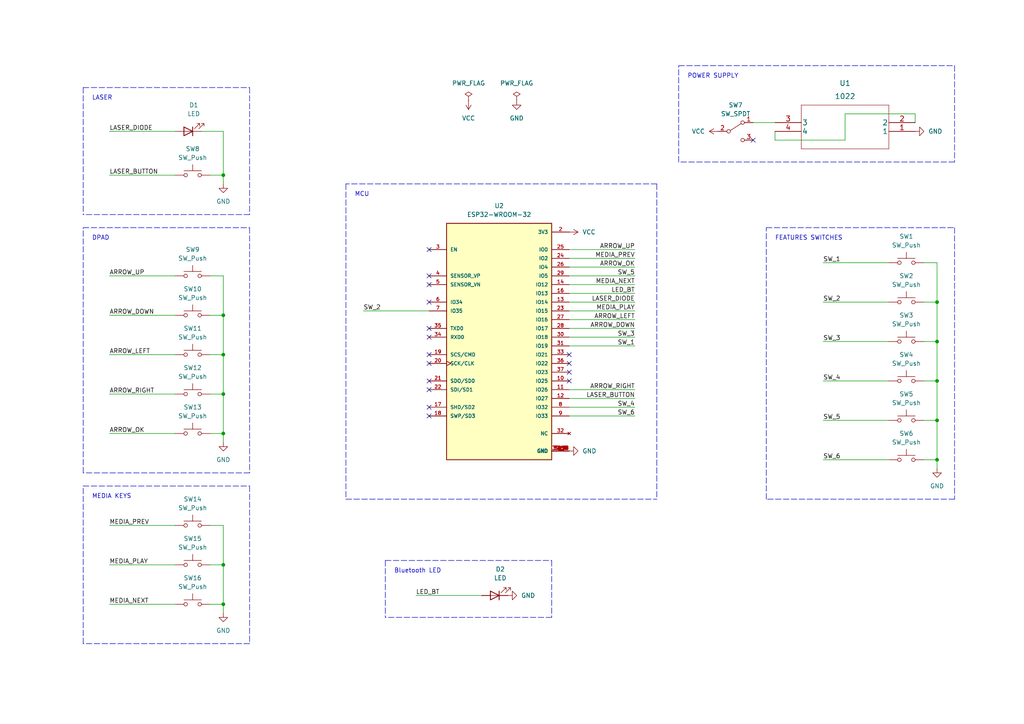
<source format=kicad_sch>
(kicad_sch (version 20211123) (generator eeschema)
  (paper "A4")
  (lib_symbols
    (symbol "Battery_Keystone_1022:1022" (pin_names (offset 0.254))
      (property "Reference" "U" (at 20.32 10.16 0))
      (property "Value" "1022" (at 20.32 7.62 0))
      (symbol "1022_1_1"
        (polyline (pts (xy 7.62 -7.62) (xy 33.02 -7.62)) (stroke (width 0.127)))
        (polyline (pts (xy 7.62 5.08) (xy 7.62 -7.62)) (stroke (width 0.127)))
        (polyline (pts (xy 33.02 -7.62) (xy 33.02 5.08)) (stroke (width 0.127)))
        (polyline (pts (xy 33.02 5.08) (xy 7.62 5.08)) (stroke (width 0.127)))
        (pin unspecified line (at 0 0 0) (length 7.62) (name "1") (number "1"))
        (pin unspecified line (at 0 -2.54 0) (length 7.62) (name "2") (number "2"))
        (pin unspecified line (at 40.64 -2.54 180) (length 7.62) (name "3") (number "3"))
        (pin unspecified line (at 40.64 0 180) (length 7.62) (name "4") (number "4"))
      )
    )
    (symbol "Device:LED" (pin_numbers hide) (pin_names (offset 1.016) hide)
      (property "Reference" "D" (at 0 2.54 0))
      (property "Value" "LED" (at 0 -2.54 0))
      (symbol "LED_0_1"
        (polyline (pts (xy -1.27 -1.27) (xy -1.27 1.27)) (stroke (width 0.254)))
        (polyline (pts (xy -1.27 0) (xy 1.27 0)))
        (polyline (pts (xy 1.27 -1.27) (xy 1.27 1.27) (xy -1.27 0) (xy 1.27 -1.27)) (stroke (width 0.254)))
        (polyline (pts (xy -3.048 -0.762) (xy -4.572 -2.286) (xy -3.81 -2.286) (xy -4.572 -2.286) (xy -4.572 -1.524)))
        (polyline (pts (xy -1.778 -0.762) (xy -3.302 -2.286) (xy -2.54 -2.286) (xy -3.302 -2.286) (xy -3.302 -1.524)))
      )
      (symbol "LED_1_1"
        (pin passive line (at -3.81 0 0) (length 2.54) (name "K") (number "1"))
        (pin passive line (at 3.81 0 180) (length 2.54) (name "A") (number "2"))
      )
    )
    (symbol "MCU_ESP32_WROOM32:ESP32-WROOM-32" (pin_names (offset 1.016))
      (property "Reference" "U" (at -15.0368 36.6776 0))
      (property "Value" "ESP32-WROOM-32" (at -15.2908 -35.6616 0))
      (symbol "ESP32-WROOM-32_0_0"
        (rectangle (start -15.24 -33.02) (end 15.24 35.56) (stroke (width 0.254)) (fill (type background)))
        (pin power_in line (at 20.32 -30.48 180) (length 5.08) (name "GND") (number "1"))
        (pin bidirectional line (at 20.32 -10.16 180) (length 5.08) (name "IO25") (number "10"))
        (pin bidirectional line (at 20.32 -12.7 180) (length 5.08) (name "IO26") (number "11"))
        (pin bidirectional line (at 20.32 -15.24 180) (length 5.08) (name "IO27") (number "12"))
        (pin bidirectional line (at 20.32 12.7 180) (length 5.08) (name "IO14") (number "13"))
        (pin bidirectional line (at 20.32 17.78 180) (length 5.08) (name "IO12") (number "14"))
        (pin power_in line (at 20.32 -30.48 180) (length 5.08) (name "GND") (number "15"))
        (pin bidirectional line (at 20.32 15.24 180) (length 5.08) (name "IO13") (number "16"))
        (pin bidirectional line (at -20.32 -17.78 0) (length 5.08) (name "SHD/SD2") (number "17"))
        (pin bidirectional line (at -20.32 -20.32 0) (length 5.08) (name "SWP/SD3") (number "18"))
        (pin bidirectional line (at -20.32 -2.54 0) (length 5.08) (name "SCS/CMD") (number "19"))
        (pin power_in line (at 20.32 33.02 180) (length 5.08) (name "3V3") (number "2"))
        (pin bidirectional clock (at -20.32 -5.08 0) (length 5.08) (name "SCK/CLK") (number "20"))
        (pin bidirectional line (at -20.32 -10.16 0) (length 5.08) (name "SDO/SD0") (number "21"))
        (pin bidirectional line (at -20.32 -12.7 0) (length 5.08) (name "SDI/SD1") (number "22"))
        (pin bidirectional line (at 20.32 10.16 180) (length 5.08) (name "IO15") (number "23"))
        (pin bidirectional line (at 20.32 25.4 180) (length 5.08) (name "IO2") (number "24"))
        (pin bidirectional line (at 20.32 27.94 180) (length 5.08) (name "IO0") (number "25"))
        (pin bidirectional line (at 20.32 22.86 180) (length 5.08) (name "IO4") (number "26"))
        (pin bidirectional line (at 20.32 7.62 180) (length 5.08) (name "IO16") (number "27"))
        (pin bidirectional line (at 20.32 5.08 180) (length 5.08) (name "IO17") (number "28"))
        (pin bidirectional line (at 20.32 20.32 180) (length 5.08) (name "IO5") (number "29"))
        (pin input line (at -20.32 27.94 0) (length 5.08) (name "EN") (number "3"))
        (pin bidirectional line (at 20.32 2.54 180) (length 5.08) (name "IO18") (number "30"))
        (pin bidirectional line (at 20.32 0 180) (length 5.08) (name "IO19") (number "31"))
        (pin no_connect line (at 20.32 -25.4 180) (length 5.08) (name "NC") (number "32"))
        (pin bidirectional line (at 20.32 -2.54 180) (length 5.08) (name "IO21") (number "33"))
        (pin bidirectional line (at -20.32 2.54 0) (length 5.08) (name "RXD0") (number "34"))
        (pin bidirectional line (at -20.32 5.08 0) (length 5.08) (name "TXD0") (number "35"))
        (pin bidirectional line (at 20.32 -5.08 180) (length 5.08) (name "IO22") (number "36"))
        (pin bidirectional line (at 20.32 -7.62 180) (length 5.08) (name "IO23") (number "37"))
        (pin power_in line (at 20.32 -30.48 180) (length 5.08) (name "GND") (number "38"))
        (pin power_in line (at 20.32 -30.48 180) (length 5.08) (name "GND") (number "39_1"))
        (pin power_in line (at 20.32 -30.48 180) (length 5.08) (name "GND") (number "39_10"))
        (pin power_in line (at 20.32 -30.48 180) (length 5.08) (name "GND") (number "39_11"))
        (pin power_in line (at 20.32 -30.48 180) (length 5.08) (name "GND") (number "39_12"))
        (pin power_in line (at 20.32 -30.48 180) (length 5.08) (name "GND") (number "39_13"))
        (pin power_in line (at 20.32 -30.48 180) (length 5.08) (name "GND") (number "39_14"))
        (pin power_in line (at 20.32 -30.48 180) (length 5.08) (name "GND") (number "39_15"))
        (pin power_in line (at 20.32 -30.48 180) (length 5.08) (name "GND") (number "39_16"))
        (pin power_in line (at 20.32 -30.48 180) (length 5.08) (name "GND") (number "39_17"))
        (pin power_in line (at 20.32 -30.48 180) (length 5.08) (name "GND") (number "39_18"))
        (pin power_in line (at 20.32 -30.48 180) (length 5.08) (name "GND") (number "39_19"))
        (pin power_in line (at 20.32 -30.48 180) (length 5.08) (name "GND") (number "39_2"))
        (pin power_in line (at 20.32 -30.48 180) (length 5.08) (name "GND") (number "39_20"))
        (pin power_in line (at 20.32 -30.48 180) (length 5.08) (name "GND") (number "39_21"))
        (pin power_in line (at 20.32 -30.48 180) (length 5.08) (name "GND") (number "39_3"))
        (pin power_in line (at 20.32 -30.48 180) (length 5.08) (name "GND") (number "39_4"))
        (pin power_in line (at 20.32 -30.48 180) (length 5.08) (name "GND") (number "39_5"))
        (pin power_in line (at 20.32 -30.48 180) (length 5.08) (name "GND") (number "39_6"))
        (pin power_in line (at 20.32 -30.48 180) (length 5.08) (name "GND") (number "39_7"))
        (pin power_in line (at 20.32 -30.48 180) (length 5.08) (name "GND") (number "39_8"))
        (pin power_in line (at 20.32 -30.48 180) (length 5.08) (name "GND") (number "39_9"))
        (pin input line (at -20.32 20.32 0) (length 5.08) (name "SENSOR_VP") (number "4"))
        (pin input line (at -20.32 17.78 0) (length 5.08) (name "SENSOR_VN") (number "5"))
        (pin input line (at -20.32 12.7 0) (length 5.08) (name "IO34") (number "6"))
        (pin input line (at -20.32 10.16 0) (length 5.08) (name "IO35") (number "7"))
        (pin bidirectional line (at 20.32 -17.78 180) (length 5.08) (name "IO32") (number "8"))
        (pin bidirectional line (at 20.32 -20.32 180) (length 5.08) (name "IO33") (number "9"))
      )
    )
    (symbol "Switch:SW_Push" (pin_numbers hide) (pin_names (offset 1.016) hide)
      (property "Reference" "SW" (at 1.27 2.54 0))
      (property "Value" "SW_Push" (at 0 -1.524 0))
      (symbol "SW_Push_0_1"
        (circle (center -2.032 0) (radius 0.508))
        (polyline (pts (xy 0 1.27) (xy 0 3.048)))
        (polyline (pts (xy 2.54 1.27) (xy -2.54 1.27)))
        (circle (center 2.032 0) (radius 0.508))
        (pin passive line (at -5.08 0 0) (length 2.54) (name "1") (number "1"))
        (pin passive line (at 5.08 0 180) (length 2.54) (name "2") (number "2"))
      )
    )
    (symbol "Switch:SW_SPDT" (pin_names (offset 0) hide)
      (property "Reference" "SW" (at 0 4.318 0))
      (property "Value" "SW_SPDT" (at 0 -5.08 0))
      (symbol "SW_SPDT_0_0"
        (circle (center -2.032 0) (radius 0.508))
        (circle (center 2.032 -2.54) (radius 0.508))
      )
      (symbol "SW_SPDT_0_1"
        (polyline (pts (xy -1.524 0.254) (xy 1.651 2.286)))
        (circle (center 2.032 2.54) (radius 0.508))
      )
      (symbol "SW_SPDT_1_1"
        (pin passive line (at 5.08 2.54 180) (length 2.54) (name "A") (number "1"))
        (pin passive line (at -5.08 0 0) (length 2.54) (name "B") (number "2"))
        (pin passive line (at 5.08 -2.54 180) (length 2.54) (name "C") (number "3"))
      )
    )
    (symbol "power:GND" (power) (pin_names (offset 0))
      (property "Value" "GND" (at 0 -3.81 0))
      (symbol "GND_0_1"
        (polyline (pts (xy 0 0) (xy 0 -1.27) (xy 1.27 -1.27) (xy 0 -2.54) (xy -1.27 -1.27) (xy 0 -1.27)))
      )
      (symbol "GND_1_1"
        (pin power_in line (at 0 0 270) (length 0) hide (name "GND") (number "1"))
      )
    )
    (symbol "power:PWR_FLAG" (power) (pin_numbers hide) (pin_names (offset 0) hide)
      (property "Value" "PWR_FLAG" (at 0 3.81 0))
      (symbol "PWR_FLAG_0_0"
        (pin power_out line (at 0 0 90) (length 0) (name "pwr") (number "1"))
      )
      (symbol "PWR_FLAG_0_1"
        (polyline (pts (xy 0 0) (xy 0 1.27) (xy -1.016 1.905) (xy 0 2.54) (xy 1.016 1.905) (xy 0 1.27)))
      )
    )
    (symbol "power:VCC" (power) (pin_names (offset 0))
      (property "Value" "VCC" (at 0 3.81 0))
      (symbol "VCC_0_1"
        (polyline (pts (xy -0.762 1.27) (xy 0 2.54)))
        (polyline (pts (xy 0 0) (xy 0 2.54)))
        (polyline (pts (xy 0 2.54) (xy 0.762 1.27)))
      )
      (symbol "VCC_1_1"
        (pin power_in line (at 0 0 90) (length 0) hide (name "VCC") (number "1"))
      )
    )
  )
  (junction (at 271.78 99.06))
  (junction (at 64.77 91.44))
  (junction (at 64.77 163.83))
  (junction (at 64.77 114.3))
  (junction (at 271.78 87.63))
  (junction (at 271.78 110.49))
  (junction (at 271.78 121.92))
  (junction (at 64.77 102.87))
  (junction (at 64.77 50.8))
  (junction (at 64.77 125.73))
  (junction (at 64.77 175.26))
  (junction (at 271.78 133.35))
  (no_connect (at 165.1 102.87))
  (no_connect (at 218.44 40.64))
  (no_connect (at 124.46 113.03))
  (no_connect (at 124.46 110.49))
  (no_connect (at 124.46 97.79))
  (no_connect (at 124.46 82.55))
  (no_connect (at 124.46 87.63))
  (no_connect (at 124.46 95.25))
  (no_connect (at 124.46 72.39))
  (no_connect (at 124.46 80.01))
  (no_connect (at 165.1 110.49))
  (no_connect (at 165.1 105.41))
  (no_connect (at 165.1 107.95))
  (no_connect (at 124.46 102.87))
  (no_connect (at 124.46 118.11))
  (no_connect (at 124.46 105.41))
  (no_connect (at 124.46 120.65))
  (wire (pts (xy 165.1 120.65) (xy 184.15 120.65)))
  (polyline (pts (xy 24.13 186.69) (xy 24.13 140.97)))
  (wire (pts (xy 60.96 114.3) (xy 64.77 114.3)))
  (polyline (pts (xy 222.25 144.78) (xy 222.25 66.04)))
  (polyline (pts (xy 24.13 25.4) (xy 24.13 62.23)))
  (polyline (pts (xy 100.33 144.78) (xy 190.5 144.78)))
  (polyline (pts (xy 276.86 66.04) (xy 276.86 144.78)))
  (wire (pts (xy 224.79 40.64) (xy 224.79 38.1)))
  (wire (pts (xy 165.1 85.09) (xy 184.15 85.09)))
  (polyline (pts (xy 72.39 137.16) (xy 24.13 137.16)))
  (polyline (pts (xy 72.39 62.23) (xy 24.13 62.23)))
  (wire (pts (xy 165.1 82.55) (xy 184.15 82.55)))
  (wire (pts (xy 50.8 114.3) (xy 31.75 114.3)))
  (polyline (pts (xy 72.39 66.04) (xy 72.39 137.16)))
  (wire (pts (xy 64.77 177.8) (xy 64.77 175.26)))
  (wire (pts (xy 271.78 99.06) (xy 271.78 110.49)))
  (wire (pts (xy 265.43 33.02) (xy 245.11 33.02)))
  (polyline (pts (xy 222.25 66.04) (xy 276.86 66.04)))
  (wire (pts (xy 50.8 102.87) (xy 31.75 102.87)))
  (wire (pts (xy 257.81 133.35) (xy 238.76 133.35)))
  (wire (pts (xy 267.97 87.63) (xy 271.78 87.63)))
  (wire (pts (xy 267.97 76.2) (xy 271.78 76.2)))
  (wire (pts (xy 165.1 92.71) (xy 184.15 92.71)))
  (polyline (pts (xy 72.39 186.69) (xy 24.13 186.69)))
  (wire (pts (xy 64.77 38.1) (xy 64.77 50.8)))
  (polyline (pts (xy 111.76 162.56) (xy 111.76 179.07)))
  (wire (pts (xy 265.43 35.56) (xy 265.43 33.02)))
  (wire (pts (xy 50.8 80.01) (xy 31.75 80.01)))
  (polyline (pts (xy 111.76 162.56) (xy 160.02 162.56)))
  (wire (pts (xy 64.77 175.26) (xy 60.96 175.26)))
  (polyline (pts (xy 72.39 25.4) (xy 72.39 62.23)))
  (wire (pts (xy 257.81 121.92) (xy 238.76 121.92)))
  (wire (pts (xy 257.81 110.49) (xy 238.76 110.49)))
  (polyline (pts (xy 276.86 19.05) (xy 276.86 46.99)))
  (wire (pts (xy 58.42 38.1) (xy 64.77 38.1)))
  (wire (pts (xy 105.41 90.17) (xy 124.46 90.17)))
  (wire (pts (xy 271.78 121.92) (xy 271.78 133.35)))
  (polyline (pts (xy 24.13 140.97) (xy 72.39 140.97)))
  (wire (pts (xy 64.77 125.73) (xy 64.77 128.27)))
  (polyline (pts (xy 24.13 137.16) (xy 24.13 66.04)))
  (wire (pts (xy 60.96 91.44) (xy 64.77 91.44)))
  (wire (pts (xy 165.1 115.57) (xy 184.15 115.57)))
  (polyline (pts (xy 196.85 46.99) (xy 196.85 19.05)))
  (wire (pts (xy 245.11 40.64) (xy 224.79 40.64)))
  (wire (pts (xy 60.96 50.8) (xy 64.77 50.8)))
  (wire (pts (xy 60.96 102.87) (xy 64.77 102.87)))
  (wire (pts (xy 50.8 163.83) (xy 31.75 163.83)))
  (wire (pts (xy 257.81 76.2) (xy 238.76 76.2)))
  (wire (pts (xy 218.44 35.56) (xy 224.79 35.56)))
  (polyline (pts (xy 190.5 53.34) (xy 100.33 53.34)))
  (polyline (pts (xy 160.02 179.07) (xy 111.76 179.07)))
  (wire (pts (xy 271.78 76.2) (xy 271.78 87.63)))
  (wire (pts (xy 64.77 80.01) (xy 64.77 91.44)))
  (wire (pts (xy 267.97 110.49) (xy 271.78 110.49)))
  (wire (pts (xy 257.81 99.06) (xy 238.76 99.06)))
  (wire (pts (xy 267.97 121.92) (xy 271.78 121.92)))
  (polyline (pts (xy 100.33 53.34) (xy 100.33 144.78)))
  (wire (pts (xy 50.8 125.73) (xy 31.75 125.73)))
  (wire (pts (xy 50.8 152.4) (xy 31.75 152.4)))
  (polyline (pts (xy 72.39 140.97) (xy 72.39 186.69)))
  (wire (pts (xy 267.97 99.06) (xy 271.78 99.06)))
  (wire (pts (xy 271.78 133.35) (xy 271.78 135.89)))
  (wire (pts (xy 165.1 118.11) (xy 184.15 118.11)))
  (polyline (pts (xy 276.86 144.78) (xy 222.25 144.78)))
  (wire (pts (xy 165.1 72.39) (xy 184.15 72.39)))
  (wire (pts (xy 257.81 87.63) (xy 238.76 87.63)))
  (wire (pts (xy 165.1 87.63) (xy 184.15 87.63)))
  (wire (pts (xy 271.78 110.49) (xy 271.78 121.92)))
  (polyline (pts (xy 160.02 162.56) (xy 160.02 179.07)))
  (wire (pts (xy 60.96 125.73) (xy 64.77 125.73)))
  (polyline (pts (xy 24.13 66.04) (xy 72.39 66.04)))
  (wire (pts (xy 50.8 91.44) (xy 31.75 91.44)))
  (wire (pts (xy 165.1 77.47) (xy 184.15 77.47)))
  (wire (pts (xy 64.77 50.8) (xy 64.77 53.34)))
  (wire (pts (xy 50.8 175.26) (xy 31.75 175.26)))
  (wire (pts (xy 60.96 163.83) (xy 64.77 163.83)))
  (wire (pts (xy 165.1 100.33) (xy 184.15 100.33)))
  (wire (pts (xy 60.96 152.4) (xy 64.77 152.4)))
  (wire (pts (xy 64.77 102.87) (xy 64.77 114.3)))
  (wire (pts (xy 165.1 90.17) (xy 184.15 90.17)))
  (wire (pts (xy 165.1 113.03) (xy 184.15 113.03)))
  (polyline (pts (xy 190.5 53.34) (xy 190.5 144.78)))
  (wire (pts (xy 64.77 114.3) (xy 64.77 125.73)))
  (polyline (pts (xy 196.85 19.05) (xy 276.86 19.05)))
  (polyline (pts (xy 24.13 25.4) (xy 72.39 25.4)))
  (wire (pts (xy 64.77 163.83) (xy 64.77 175.26)))
  (wire (pts (xy 165.1 74.93) (xy 184.15 74.93)))
  (wire (pts (xy 139.7 172.72) (xy 120.65 172.72)))
  (wire (pts (xy 64.77 152.4) (xy 64.77 163.83)))
  (wire (pts (xy 245.11 33.02) (xy 245.11 40.64)))
  (wire (pts (xy 271.78 133.35) (xy 267.97 133.35)))
  (wire (pts (xy 50.8 38.1) (xy 31.75 38.1)))
  (wire (pts (xy 50.8 50.8) (xy 31.75 50.8)))
  (wire (pts (xy 271.78 87.63) (xy 271.78 99.06)))
  (wire (pts (xy 64.77 91.44) (xy 64.77 102.87)))
  (wire (pts (xy 165.1 97.79) (xy 184.15 97.79)))
  (polyline (pts (xy 276.86 46.99) (xy 196.85 46.99)))
  (wire (pts (xy 60.96 80.01) (xy 64.77 80.01)))
  (wire (pts (xy 165.1 95.25) (xy 184.15 95.25)))
  (wire (pts (xy 165.1 80.01) (xy 184.15 80.01)))
  (text "MCU" (at 102.87 57.15 0) (effects (font (size 1.27 1.27)) (justify left bottom)))
  (text "POWER SUPPLY" (at 199.39 22.86 0) (effects (font (size 1.27 1.27)) (justify left bottom)))
  (text "DPAD" (at 26.67 69.85 0) (effects (font (size 1.27 1.27)) (justify left bottom)))
  (text "LASER" (at 26.67 29.21 0) (effects (font (size 1.27 1.27)) (justify left bottom)))
  (text "Bluetooth LED" (at 114.3 166.37 0) (effects (font (size 1.27 1.27)) (justify left bottom)))
  (text "MEDIA KEYS" (at 26.67 144.78 0) (effects (font (size 1.27 1.27)) (justify left bottom)))
  (text "FEATURES SWITCHES" (at 224.79 69.85 0) (effects (font (size 1.27 1.27)) (justify left bottom)))
  (label "SW_3" (at 238.76 99.06 0))
  (label "SW_6" (at 238.76 133.35 0))
  (label "SW_2" (at 105.41 90.17 0))
  (label "ARROW_LEFT" (at 31.75 102.87 0))
  (label "MEDIA_PREV" (at 184.15 74.93 180))
  (label "SW_2" (at 238.76 87.63 0))
  (label "SW_4" (at 184.15 118.11 180))
  (label "LED_BT" (at 184.15 85.09 180))
  (label "LASER_DIODE" (at 31.75 38.1 0))
  (label "LED_BT" (at 120.65 172.72 0))
  (label "ARROW_OK" (at 31.75 125.73 0))
  (label "MEDIA_NEXT" (at 31.75 175.26 0))
  (label "LASER_BUTTON" (at 31.75 50.8 0))
  (label "LASER_BUTTON" (at 184.15 115.57 180))
  (label "ARROW_OK" (at 184.15 77.47 180))
  (label "MEDIA_PLAY" (at 184.15 90.17 180))
  (label "ARROW_LEFT" (at 184.15 92.71 180))
  (label "MEDIA_NEXT" (at 184.15 82.55 180))
  (label "SW_4" (at 238.76 110.49 0))
  (label "SW_5" (at 184.15 80.01 180))
  (label "SW_6" (at 184.15 120.65 180))
  (label "MEDIA_PLAY" (at 31.75 163.83 0))
  (label "ARROW_RIGHT" (at 31.75 114.3 0))
  (label "ARROW_UP" (at 184.15 72.39 180))
  (label "ARROW_RIGHT" (at 184.15 113.03 180))
  (label "ARROW_DOWN" (at 31.75 91.44 0))
  (label "MEDIA_PREV" (at 31.75 152.4 0))
  (label "SW_3" (at 184.15 97.79 180))
  (label "ARROW_UP" (at 31.75 80.01 0))
  (label "SW_1" (at 238.76 76.2 0))
  (label "SW_1" (at 184.15 100.33 180))
  (label "SW_5" (at 238.76 121.92 0))
  (label "LASER_DIODE" (at 184.15 87.63 180))
  (label "ARROW_DOWN" (at 184.15 95.25 180))
  (symbol (lib_id "power:GND") (at 271.78 135.89 0) (unit 1)
    (property "Reference" "#PWR09" (effects hide))
    (property "Value" "GND" (at 271.78 140.97 0))
  )
  (symbol (lib_id "power:VCC") (at 165.1 67.31 270) (unit 1)
    (property "Reference" "#PWR06" (effects hide))
    (property "Value" "VCC" (at 168.91 67.3099 90) (effects (justify left)))
  )
  (symbol (lib_id "power:GND") (at 64.77 53.34 0) (unit 1)
    (property "Reference" "#PWR05" (effects hide))
    (property "Value" "GND" (at 64.77 58.42 0))
  )
  (symbol (lib_id "power:GND") (at 265.43 38.1 90) (unit 1)
    (property "Reference" "#PWR04" (effects hide))
    (property "Value" "GND" (at 269.24 38.0999 90) (effects (justify right)))
  )
  (symbol (lib_id "Switch:SW_Push") (at 262.89 121.92 0) (unit 1)
    (property "Reference" "SW5" (at 262.89 114.3 0))
    (property "Value" "SW_Push" (at 262.89 116.84 0))
    (property "Footprint" "Button_Switch_SMD:SW_Push_1P1T_NO_6x6mm_H9.5mm" (effects hide))
  )
  (symbol (lib_id "Switch:SW_Push") (at 262.89 76.2 0) (unit 1)
    (property "Reference" "SW1" (at 262.89 68.58 0))
    (property "Value" "SW_Push" (at 262.89 71.12 0))
    (property "Footprint" "Button_Switch_SMD:SW_Push_1P1T_NO_6x6mm_H9.5mm" (effects hide))
  )
  (symbol (lib_id "Battery_Keystone_1022:1022") (at 265.43 38.1 180) (unit 1)
    (property "Reference" "U1" (at 245.11 24.13 0) (effects (font (size 1.524 1.524))))
    (property "Value" "1022" (at 245.11 27.94 0) (effects (font (size 1.524 1.524))))
    (property "Footprint" "Custom:1022" (effects hide))
  )
  (symbol (lib_id "Switch:SW_SPDT") (at 213.36 38.1 0) (unit 1)
    (property "Reference" "SW7" (at 213.36 30.48 0))
    (property "Value" "SW_SPDT" (at 213.36 33.02 0))
    (property "Footprint" "Button_Switch_THT:SW_Slide_1P2T_CK_OS102011MS2Q" (effects hide))
  )
  (symbol (lib_id "Switch:SW_Push") (at 55.88 114.3 0) (unit 1)
    (property "Reference" "SW12" (at 55.88 106.68 0))
    (property "Value" "SW_Push" (at 55.88 109.22 0))
    (property "Footprint" "Button_Switch_SMD:SW_Push_1P1T_NO_6x6mm_H9.5mm" (effects hide))
  )
  (symbol (lib_id "Switch:SW_Push") (at 55.88 163.83 0) (unit 1)
    (property "Reference" "SW15" (at 55.88 156.21 0))
    (property "Value" "SW_Push" (at 55.88 158.75 0))
    (property "Footprint" "Button_Switch_SMD:SW_Push_1P1T_NO_6x6mm_H9.5mm" (effects hide))
  )
  (symbol (lib_id "Switch:SW_Push") (at 55.88 175.26 0) (unit 1)
    (property "Reference" "SW16" (at 55.88 167.64 0))
    (property "Value" "SW_Push" (at 55.88 170.18 0))
    (property "Footprint" "Button_Switch_SMD:SW_Push_1P1T_NO_6x6mm_H9.5mm" (effects hide))
  )
  (symbol (lib_id "Switch:SW_Push") (at 55.88 91.44 0) (unit 1)
    (property "Reference" "SW10" (at 55.88 83.82 0))
    (property "Value" "SW_Push" (at 55.88 86.36 0))
    (property "Footprint" "Button_Switch_SMD:SW_Push_1P1T_NO_6x6mm_H9.5mm" (effects hide))
  )
  (symbol (lib_id "Device:LED") (at 143.51 172.72 180) (unit 1)
    (property "Reference" "D2" (at 145.0975 165.1 0))
    (property "Value" "LED" (at 145.0975 167.64 0))
    (property "Footprint" "LED_SMD:LED_0603_1608Metric" (effects hide))
  )
  (symbol (lib_id "power:GND") (at 165.1 130.81 90) (unit 1)
    (property "Reference" "#PWR08" (effects hide))
    (property "Value" "GND" (at 168.91 130.8099 90) (effects (justify right)))
  )
  (symbol (lib_id "power:GND") (at 149.86 29.21 0) (unit 1)
    (property "Reference" "#PWR02" (effects hide))
    (property "Value" "GND" (at 149.86 34.29 0))
  )
  (symbol (lib_id "Switch:SW_Push") (at 262.89 133.35 0) (unit 1)
    (property "Reference" "SW6" (at 262.89 125.73 0))
    (property "Value" "SW_Push" (at 262.89 128.27 0))
    (property "Footprint" "Button_Switch_SMD:SW_Push_1P1T_NO_6x6mm_H9.5mm" (effects hide))
  )
  (symbol (lib_id "power:PWR_FLAG") (at 135.89 29.21 0) (unit 1)
    (property "Reference" "#FLG01" (effects hide))
    (property "Value" "PWR_FLAG" (at 135.89 24.13 0))
  )
  (symbol (lib_id "Switch:SW_Push") (at 55.88 80.01 0) (unit 1)
    (property "Reference" "SW9" (at 55.88 72.39 0))
    (property "Value" "SW_Push" (at 55.88 74.93 0))
    (property "Footprint" "Button_Switch_SMD:SW_Push_1P1T_NO_6x6mm_H9.5mm" (effects hide))
  )
  (symbol (lib_id "power:PWR_FLAG") (at 149.86 29.21 0) (unit 1)
    (property "Reference" "#FLG02" (effects hide))
    (property "Value" "PWR_FLAG" (at 149.86 24.13 0))
  )
  (symbol (lib_id "Switch:SW_Push") (at 262.89 99.06 0) (unit 1)
    (property "Reference" "SW3" (at 262.89 91.44 0))
    (property "Value" "SW_Push" (at 262.89 93.98 0))
    (property "Footprint" "Button_Switch_SMD:SW_Push_1P1T_NO_6x6mm_H9.5mm" (effects hide))
  )
  (symbol (lib_id "Switch:SW_Push") (at 55.88 125.73 0) (unit 1)
    (property "Reference" "SW13" (at 55.88 118.11 0))
    (property "Value" "SW_Push" (at 55.88 120.65 0))
    (property "Footprint" "Button_Switch_SMD:SW_Push_1P1T_NO_6x6mm_H9.5mm" (effects hide))
  )
  (symbol (lib_id "power:GND") (at 147.32 172.72 90) (unit 1)
    (property "Reference" "#PWR010" (effects hide))
    (property "Value" "GND" (at 151.13 172.7199 90) (effects (justify right)))
  )
  (symbol (lib_id "Switch:SW_Push") (at 55.88 102.87 0) (unit 1)
    (property "Reference" "SW11" (at 55.88 95.25 0))
    (property "Value" "SW_Push" (at 55.88 97.79 0))
    (property "Footprint" "Button_Switch_SMD:SW_Push_1P1T_NO_6x6mm_H9.5mm" (effects hide))
  )
  (symbol (lib_id "Switch:SW_Push") (at 262.89 87.63 0) (unit 1)
    (property "Reference" "SW2" (at 262.89 80.01 0))
    (property "Value" "SW_Push" (at 262.89 82.55 0))
    (property "Footprint" "Button_Switch_SMD:SW_Push_1P1T_NO_6x6mm_H9.5mm" (effects hide))
  )
  (symbol (lib_id "Switch:SW_Push") (at 55.88 50.8 0) (unit 1)
    (property "Reference" "SW8" (at 55.88 43.18 0))
    (property "Value" "SW_Push" (at 55.88 45.72 0))
    (property "Footprint" "Button_Switch_SMD:SW_Push_1P1T_NO_6x6mm_H9.5mm" (effects hide))
  )
  (symbol (lib_id "Device:LED") (at 54.61 38.1 180) (unit 1)
    (property "Reference" "D1" (at 56.1975 30.48 0))
    (property "Value" "LED" (at 56.1975 33.02 0))
    (property "Footprint" "LED_SMD:LED_1210_3225Metric" (effects hide))
  )
  (symbol (lib_id "power:VCC") (at 208.28 38.1 90) (unit 1)
    (property "Reference" "#PWR03" (effects hide))
    (property "Value" "VCC" (at 204.47 38.0999 90) (effects (justify left)))
  )
  (symbol (lib_id "Switch:SW_Push") (at 55.88 152.4 0) (unit 1)
    (property "Reference" "SW14" (at 55.88 144.78 0))
    (property "Value" "SW_Push" (at 55.88 147.32 0))
    (property "Footprint" "Button_Switch_SMD:SW_Push_1P1T_NO_6x6mm_H9.5mm" (effects hide))
  )
  (symbol (lib_id "power:VCC") (at 135.89 29.21 180) (unit 1)
    (property "Reference" "#PWR01" (effects hide))
    (property "Value" "VCC" (at 135.89 34.29 0))
  )
  (symbol (lib_id "Switch:SW_Push") (at 262.89 110.49 0) (unit 1)
    (property "Reference" "SW4" (at 262.89 102.87 0))
    (property "Value" "SW_Push" (at 262.89 105.41 0))
    (property "Footprint" "Button_Switch_SMD:SW_Push_1P1T_NO_6x6mm_H9.5mm" (effects hide))
  )
  (symbol (lib_id "power:GND") (at 64.77 128.27 0) (unit 1)
    (property "Reference" "#PWR07" (effects hide))
    (property "Value" "GND" (at 64.77 133.35 0))
  )
  (symbol (lib_id "power:GND") (at 64.77 177.8 0) (unit 1)
    (property "Reference" "#PWR011" (effects hide))
    (property "Value" "GND" (at 64.77 182.88 0))
  )
  (symbol (lib_id "MCU_ESP32_WROOM32:ESP32-WROOM-32") (at 144.78 100.33 0) (unit 1)
    (property "Reference" "U2" (at 144.78 59.69 0))
    (property "Value" "ESP32-WROOM-32" (at 144.78 62.23 0))
    (property "Footprint" "MODULE_ESP32-WROOM-32" (effects hide))
    (property "MAXIMUM_PACKAGE_HEIGHT" "3.2 mm" (effects hide))
    (property "MANUFACTURER" "Espressif Systems" (effects hide))
    (property "PARTREV" "2.9" (effects hide))
    (property "STANDARD" "Manufacturer Recommendations" (effects hide))
  )
)
</source>
